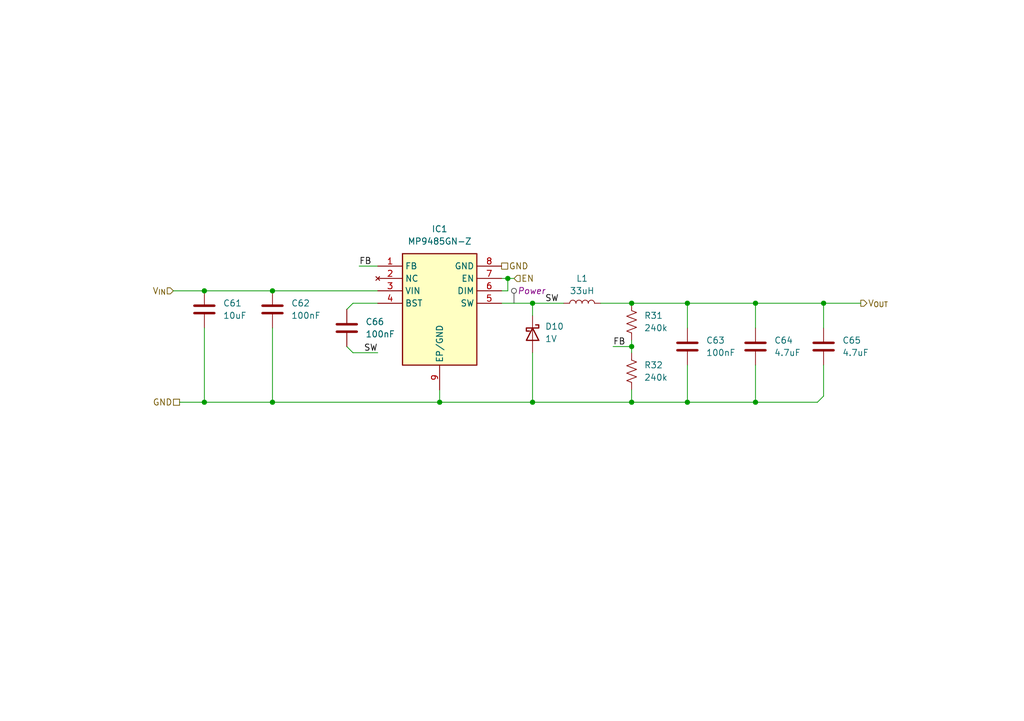
<source format=kicad_sch>
(kicad_sch (version 20231120) (generator "eeschema") (generator_version "8.0")
  (paper "A5")
  (title_block (title "Gate Driver Voltage Supply") (date "2024-05-19") (rev "1") (company "Crab Labs") (comment 1 "Author: Orion Serup"))
  (lib_symbols
    (symbol "Device:C" (pin_numbers hide) (pin_names (offset 0.254))
      (property "Reference" "C" (at 0.635 2.54 0))
      (property "Value" "C" (at 0.635 -2.54 0))
      (symbol "C_0_1"
        (polyline (pts (xy -2.032 -0.762) (xy 2.032 -0.762)) (stroke (width 0.508)))
        (polyline (pts (xy -2.032 0.762) (xy 2.032 0.762)) (stroke (width 0.508)))
      )
      (symbol "C_1_1"
        (pin passive line (at 0 3.81 270) (length 2.794) (name "~") (number "1"))
        (pin passive line (at 0 -3.81 90) (length 2.794) (name "~") (number "2"))
      )
    )
    (symbol "Device:D_Schottky" (pin_numbers hide) (pin_names (offset 1.016) hide)
      (property "Reference" "D" (at 0 2.54 0))
      (property "Value" "D_Schottky" (at 0 -2.54 0))
      (symbol "D_Schottky_0_1"
        (polyline (pts (xy 1.27 0) (xy -1.27 0)))
        (polyline (pts (xy 1.27 1.27) (xy 1.27 -1.27) (xy -1.27 0) (xy 1.27 1.27)) (stroke (width 0.254)))
        (polyline (pts (xy -1.905 0.635) (xy -1.905 1.27) (xy -1.27 1.27) (xy -1.27 -1.27) (xy -0.635 -1.27) (xy -0.635 -0.635)) (stroke (width 0.254)))
      )
      (symbol "D_Schottky_1_1"
        (pin passive line (at -3.81 0 0) (length 2.54) (name "K") (number "1"))
        (pin passive line (at 3.81 0 180) (length 2.54) (name "A") (number "2"))
      )
    )
    (symbol "Device:L" (pin_numbers hide) (pin_names (offset 1.016) hide)
      (property "Reference" "L" (at -1.27 0 90))
      (property "Value" "L" (at 1.905 0 90))
      (symbol "L_0_1"
        (arc (start 0 -2.54) (mid 0.6323 -1.905) (end 0 -1.27))
        (arc (start 0 -1.27) (mid 0.6323 -0.635) (end 0 0))
        (arc (start 0 0) (mid 0.6323 0.635) (end 0 1.27))
        (arc (start 0 1.27) (mid 0.6323 1.905) (end 0 2.54))
      )
      (symbol "L_1_1"
        (pin passive line (at 0 3.81 270) (length 1.27) (name "1") (number "1"))
        (pin passive line (at 0 -3.81 90) (length 1.27) (name "2") (number "2"))
      )
    )
    (symbol "Device:R_US" (pin_numbers hide) (pin_names (offset 0))
      (property "Reference" "R" (at 2.54 0 90))
      (property "Value" "R_US" (at -2.54 0 90))
      (symbol "R_US_0_1"
        (polyline (pts (xy 0 -2.286) (xy 0 -2.54)))
        (polyline (pts (xy 0 2.286) (xy 0 2.54)))
        (polyline (pts (xy 0 -0.762) (xy 1.016 -1.143) (xy 0 -1.524) (xy -1.016 -1.905) (xy 0 -2.286)))
        (polyline (pts (xy 0 0.762) (xy 1.016 0.381) (xy 0 0) (xy -1.016 -0.381) (xy 0 -0.762)))
        (polyline (pts (xy 0 2.286) (xy 1.016 1.905) (xy 0 1.524) (xy -1.016 1.143) (xy 0 0.762)))
      )
      (symbol "R_US_1_1"
        (pin passive line (at 0 3.81 270) (length 1.27) (name "~") (number "1"))
        (pin passive line (at 0 -3.81 90) (length 1.27) (name "~") (number "2"))
      )
    )
    (symbol "MP9485GN-Z:MP9485GN-Z"
      (property "Reference" "IC" (at 21.59 7.62 0))
      (property "Value" "MP9485GN-Z" (at 21.59 5.08 0))
      (symbol "MP9485GN-Z_1_1"
        (rectangle (start 5.08 2.54) (end 20.32 -20.32) (stroke (width 0.254)) (fill (type background)))
        (pin passive line (at 0 0 0) (length 5.08) (name "FB") (number "1"))
        (pin no_connect line (at 0 -2.54 0) (length 5.08) (name "NC") (number "2"))
        (pin passive line (at 0 -5.08 0) (length 5.08) (name "VIN") (number "3"))
        (pin passive line (at 0 -7.62 0) (length 5.08) (name "BST") (number "4"))
        (pin passive line (at 25.4 -7.62 180) (length 5.08) (name "SW") (number "5"))
        (pin passive line (at 25.4 -5.08 180) (length 5.08) (name "DIM") (number "6"))
        (pin passive line (at 25.4 -2.54 180) (length 5.08) (name "EN") (number "7"))
        (pin power_in line (at 25.4 0 180) (length 5.08) (name "GND") (number "8"))
        (pin power_in line (at 12.7 -25.4 90) (length 5.08) (name "EP/GND") (number "9"))
      )
    )
  )
  (junction (at 55.88 82.55))
  (junction (at 168.91 62.23))
  (junction (at 109.22 62.23))
  (junction (at 104.14 57.15))
  (junction (at 90.17 82.55))
  (junction (at 41.91 82.55))
  (junction (at 154.94 82.55))
  (junction (at 154.94 62.23))
  (junction (at 41.91 59.69))
  (junction (at 129.54 71.12))
  (junction (at 140.97 82.55))
  (junction (at 55.88 59.69))
  (junction (at 109.22 82.55))
  (junction (at 129.54 82.55))
  (junction (at 140.97 62.23))
  (junction (at 129.54 62.23))
  (wire (pts (xy 109.22 62.23) (xy 115.57 62.23)))
  (wire (pts (xy 72.39 62.23) (xy 71.12 63.5)))
  (wire (pts (xy 35.56 59.69) (xy 41.91 59.69)))
  (wire (pts (xy 168.91 62.23) (xy 168.91 67.31)))
  (wire (pts (xy 102.87 59.69) (xy 104.14 59.69)))
  (wire (pts (xy 41.91 67.31) (xy 41.91 82.55)))
  (wire (pts (xy 77.47 62.23) (xy 72.39 62.23)))
  (wire (pts (xy 41.91 59.69) (xy 55.88 59.69)))
  (wire (pts (xy 140.97 82.55) (xy 154.94 82.55)))
  (wire (pts (xy 90.17 82.55) (xy 109.22 82.55)))
  (wire (pts (xy 55.88 59.69) (xy 77.47 59.69)))
  (wire (pts (xy 109.22 82.55) (xy 129.54 82.55)))
  (wire (pts (xy 154.94 82.55) (xy 167.64 82.55)))
  (wire (pts (xy 105.41 57.15) (xy 104.14 57.15)))
  (wire (pts (xy 90.17 82.55) (xy 90.17 80.01)))
  (wire (pts (xy 129.54 71.12) (xy 129.54 72.39)))
  (wire (pts (xy 129.54 69.85) (xy 129.54 71.12)))
  (wire (pts (xy 140.97 62.23) (xy 154.94 62.23)))
  (wire (pts (xy 102.87 62.23) (xy 109.22 62.23)))
  (wire (pts (xy 168.91 74.93) (xy 168.91 81.28)))
  (wire (pts (xy 129.54 82.55) (xy 140.97 82.55)))
  (wire (pts (xy 104.14 57.15) (xy 102.87 57.15)))
  (wire (pts (xy 140.97 74.93) (xy 140.97 82.55)))
  (wire (pts (xy 154.94 74.93) (xy 154.94 82.55)))
  (wire (pts (xy 109.22 72.39) (xy 109.22 82.55)))
  (wire (pts (xy 168.91 81.28) (xy 167.64 82.55)))
  (wire (pts (xy 123.19 62.23) (xy 129.54 62.23)))
  (wire (pts (xy 129.54 80.01) (xy 129.54 82.55)))
  (wire (pts (xy 77.47 72.39) (xy 72.39 72.39)))
  (wire (pts (xy 55.88 67.31) (xy 55.88 82.55)))
  (wire (pts (xy 154.94 62.23) (xy 168.91 62.23)))
  (wire (pts (xy 125.73 71.12) (xy 129.54 71.12)))
  (wire (pts (xy 168.91 62.23) (xy 176.53 62.23)))
  (wire (pts (xy 73.66 54.61) (xy 77.47 54.61)))
  (wire (pts (xy 104.14 57.15) (xy 104.14 59.69)))
  (wire (pts (xy 140.97 62.23) (xy 140.97 67.31)))
  (wire (pts (xy 109.22 64.77) (xy 109.22 62.23)))
  (wire (pts (xy 72.39 72.39) (xy 71.12 71.12)))
  (wire (pts (xy 129.54 62.23) (xy 140.97 62.23)))
  (wire (pts (xy 55.88 82.55) (xy 90.17 82.55)))
  (wire (pts (xy 41.91 82.55) (xy 55.88 82.55)))
  (wire (pts (xy 36.83 82.55) (xy 41.91 82.55)))
  (wire (pts (xy 154.94 62.23) (xy 154.94 67.31)))
  (label "FB" (at 125.73 71.12 0))
  (label "SW" (at 77.47 72.39 180))
  (label "SW" (at 111.76 62.23 0))
  (label "FB" (at 73.66 54.61 0))
  (hierarchical_label "EN" (shape input) (at 105.41 57.15 0))
  (hierarchical_label "V_{IN}" (shape input) (at 35.56 59.69 180))
  (hierarchical_label "GND" (shape passive) (at 102.87 54.61 0))
  (hierarchical_label "GND" (shape passive) (at 36.83 82.55 180))
  (hierarchical_label "V_{OUT}" (shape output) (at 176.53 62.23 0))
  (netclass_flag "" (length 2.54) (shape round) (at 105.41 62.23 0) (property "Netclass" "Power" (at 106.1085 59.69 0) (effects (font (italic yes)) (justify left))))
  (symbol (lib_id "Device:L") (at 119.38 62.23 90) (unit 1)
    (property "Reference" "L1" (at 119.38 57.15 90))
    (property "Value" "33uH" (at 119.38 59.69 90))
    (property "Footprint" "Inductor_SMD:L_Abracon_ASPI-4030S" (effects (hide yes)))
    (property "Description" "Inductor" (effects (hide yes)))
    (property "Rating" "1A" (effects (hide yes)))
  )
  (symbol (lib_id "Device:C") (at 71.12 67.31 0) (unit 1)
    (property "Reference" "C66" (at 74.93 66.0399 0) (effects (justify left)))
    (property "Value" "100nF" (at 74.93 68.5799 0) (effects (justify left)))
    (property "Footprint" "Capacitor_SMD:C_0603_1608Metric" (effects (hide yes)))
    (property "Description" "Unpolarized capacitor" (effects (hide yes)))
    (property "Rating" "100V" (effects (hide yes)))
  )
  (symbol (lib_id "Device:C") (at 168.91 71.12 0) (unit 1)
    (property "Reference" "C65" (at 172.72 69.8499 0) (effects (justify left)))
    (property "Value" "4.7uF" (at 172.72 72.3899 0) (effects (justify left)))
    (property "Footprint" "Capacitor_SMD:C_0603_1608Metric" (effects (hide yes)))
    (property "Description" "Unpolarized capacitor" (effects (hide yes)))
    (property "Rating" "6.3V" (effects (hide yes)))
  )
  (symbol (lib_id "Device:C") (at 55.88 63.5 0) (unit 1)
    (property "Reference" "C62" (at 59.69 62.2299 0) (effects (justify left)))
    (property "Value" "100nF" (at 59.69 64.7699 0) (effects (justify left)))
    (property "Footprint" "Capacitor_SMD:C_0603_1608Metric" (effects (hide yes)))
    (property "Description" "Unpolarized capacitor" (effects (hide yes)))
    (property "Rating" "100V" (effects (hide yes)))
  )
  (symbol (lib_id "Device:D_Schottky") (at 109.22 68.58 270) (unit 1)
    (property "Reference" "D10" (at 111.76 66.9924 90) (effects (justify left)))
    (property "Value" "1V" (at 111.76 69.5324 90) (effects (justify left)))
    (property "Footprint" "Diode_SMD:D_SOD-123" (effects (hide yes)))
    (property "Description" "Schottky diode" (effects (hide yes)))
    (property "Rating" "2A" (effects (hide yes)))
    (property "Manufacturer_Part_Number" "BAV21W-AU_R1_000A1" (effects (hide yes)))
  )
  (symbol (lib_id "Device:C") (at 140.97 71.12 0) (unit 1)
    (property "Reference" "C63" (at 144.78 69.8499 0) (effects (justify left)))
    (property "Value" "100nF" (at 144.78 72.3899 0) (effects (justify left)))
    (property "Footprint" "Capacitor_SMD:C_0603_1608Metric" (effects (hide yes)))
    (property "Description" "Unpolarized capacitor" (effects (hide yes)))
    (property "Rating" "100V" (effects (hide yes)))
  )
  (symbol (lib_id "Device:R_US") (at 129.54 66.04 0) (unit 1)
    (property "Reference" "R31" (at 132.08 64.7699 0) (effects (justify left)))
    (property "Value" "240k" (at 132.08 67.3099 0) (effects (justify left)))
    (property "Footprint" "Resistor_SMD:R_0603_1608Metric" (effects (hide yes)))
    (property "Description" "Resistor, US symbol" (effects (hide yes)))
    (property "Rating" "100mW" (effects (hide yes)))
  )
  (symbol (lib_id "Device:C") (at 154.94 71.12 0) (unit 1)
    (property "Reference" "C64" (at 158.75 69.8499 0) (effects (justify left)))
    (property "Value" "4.7uF" (at 158.75 72.3899 0) (effects (justify left)))
    (property "Footprint" "Capacitor_SMD:C_0603_1608Metric" (effects (hide yes)))
    (property "Description" "Unpolarized capacitor" (effects (hide yes)))
    (property "Rating" "6.3V" (effects (hide yes)))
  )
  (symbol (lib_id "Device:R_US") (at 129.54 76.2 0) (unit 1)
    (property "Reference" "R32" (at 132.08 74.9299 0) (effects (justify left)))
    (property "Value" "240k" (at 132.08 77.4699 0) (effects (justify left)))
    (property "Footprint" "Resistor_SMD:R_0603_1608Metric" (effects (hide yes)))
    (property "Description" "Resistor, US symbol" (effects (hide yes)))
    (property "Rating" "100mW" (effects (hide yes)))
  )
  (symbol (lib_id "Device:C") (at 41.91 63.5 0) (unit 1)
    (property "Reference" "C61" (at 45.72 62.2299 0) (effects (justify left)))
    (property "Value" "10uF" (at 45.72 64.7699 0) (effects (justify left)))
    (property "Footprint" "Capacitor_SMD:C_1210_3225Metric" (effects (hide yes)))
    (property "Description" "Unpolarized capacitor" (effects (hide yes)))
    (property "Rating" "100V" (effects (hide yes)))
    (property "Manufacturer_Part_Number" "FS32X106K101EGG" (effects (hide yes)))
  )
  (symbol (lib_id "MP9485GN-Z:MP9485GN-Z") (at 77.47 54.61 0) (unit 1)
    (property "Reference" "IC1" (at 90.17 46.99 0))
    (property "Value" "MP9485GN-Z" (at 90.17 49.53 0))
    (property "Footprint" "SOIC127P600X170-9N" (effects (hide yes)))
    (property "Description" "100V INPUT, 500MA, STEP-DOWN CONVERTER - Tape and Reel" (effects (hide yes)))
    (property "Manufacturer_Part_Number" "MP9485GN-Z" (effects (hide yes)))
  )
)
</source>
